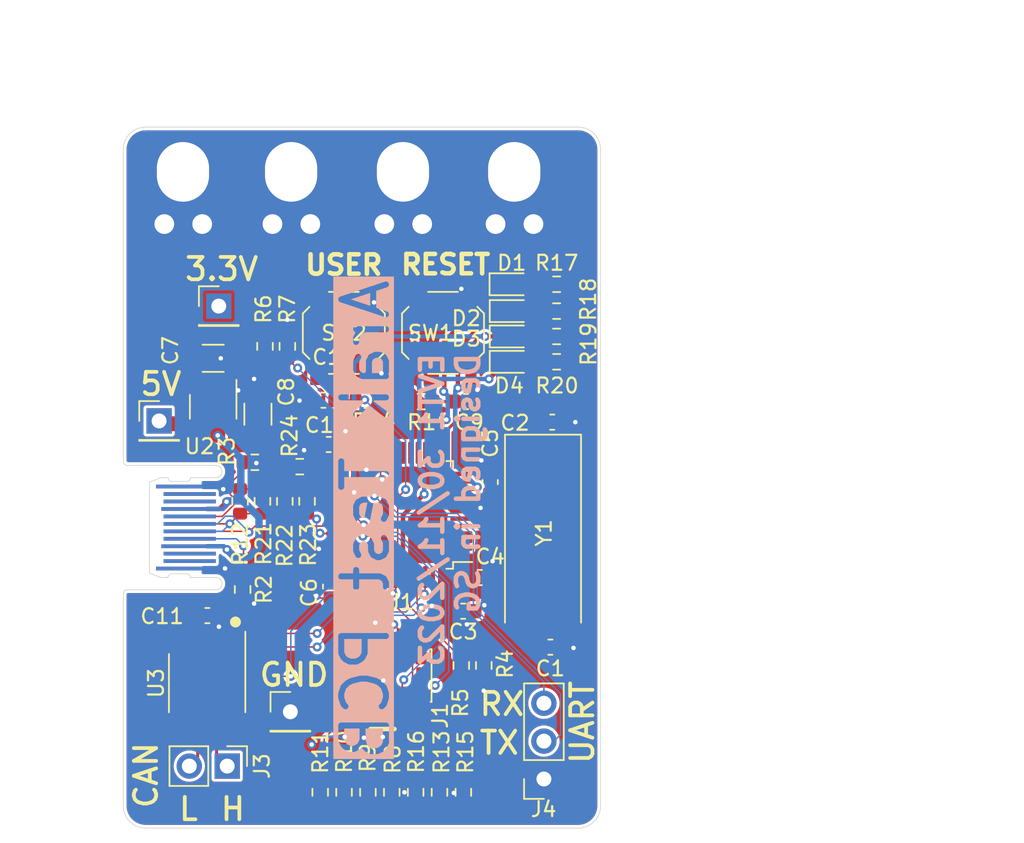
<source format=kicad_pcb>
(kicad_pcb (version 20221018) (generator pcbnew)

  (general
    (thickness 0.8)
  )

  (paper "A4")
  (layers
    (0 "F.Cu" signal)
    (31 "B.Cu" signal)
    (32 "B.Adhes" user "B.Adhesive")
    (33 "F.Adhes" user "F.Adhesive")
    (34 "B.Paste" user)
    (35 "F.Paste" user)
    (36 "B.SilkS" user "B.Silkscreen")
    (37 "F.SilkS" user "F.Silkscreen")
    (38 "B.Mask" user)
    (39 "F.Mask" user)
    (40 "Dwgs.User" user "User.Drawings")
    (41 "Cmts.User" user "User.Comments")
    (42 "Eco1.User" user "User.Eco1")
    (43 "Eco2.User" user "User.Eco2")
    (44 "Edge.Cuts" user)
    (45 "Margin" user)
    (46 "B.CrtYd" user "B.Courtyard")
    (47 "F.CrtYd" user "F.Courtyard")
    (48 "B.Fab" user)
    (49 "F.Fab" user)
    (50 "User.1" user)
    (51 "User.2" user)
    (52 "User.3" user)
    (53 "User.4" user)
    (54 "User.5" user)
    (55 "User.6" user)
    (56 "User.7" user)
    (57 "User.8" user)
    (58 "User.9" user)
  )

  (setup
    (stackup
      (layer "F.SilkS" (type "Top Silk Screen") (color "White"))
      (layer "F.Paste" (type "Top Solder Paste"))
      (layer "F.Mask" (type "Top Solder Mask") (color "Green") (thickness 0.01))
      (layer "F.Cu" (type "copper") (thickness 0.035))
      (layer "dielectric 1" (type "core") (color "FR4 natural") (thickness 0.71) (material "FR4") (epsilon_r 4.5) (loss_tangent 0.02))
      (layer "B.Cu" (type "copper") (thickness 0.035))
      (layer "B.Mask" (type "Bottom Solder Mask") (color "Green") (thickness 0.01))
      (layer "B.Paste" (type "Bottom Solder Paste"))
      (layer "B.SilkS" (type "Bottom Silk Screen") (color "White"))
      (copper_finish "ENIG")
      (dielectric_constraints no)
    )
    (pad_to_mask_clearance 0)
    (aux_axis_origin 101 127)
    (pcbplotparams
      (layerselection 0x00010fc_ffffffff)
      (plot_on_all_layers_selection 0x0000000_00000000)
      (disableapertmacros false)
      (usegerberextensions false)
      (usegerberattributes true)
      (usegerberadvancedattributes true)
      (creategerberjobfile true)
      (dashed_line_dash_ratio 12.000000)
      (dashed_line_gap_ratio 3.000000)
      (svgprecision 4)
      (plotframeref false)
      (viasonmask false)
      (mode 1)
      (useauxorigin false)
      (hpglpennumber 1)
      (hpglpenspeed 20)
      (hpglpendiameter 15.000000)
      (dxfpolygonmode true)
      (dxfimperialunits true)
      (dxfusepcbnewfont true)
      (psnegative false)
      (psa4output false)
      (plotreference true)
      (plotvalue true)
      (plotinvisibletext false)
      (sketchpadsonfab false)
      (subtractmaskfromsilk false)
      (outputformat 1)
      (mirror false)
      (drillshape 1)
      (scaleselection 1)
      (outputdirectory "")
    )
  )

  (net 0 "")
  (net 1 "GND")
  (net 2 "/OSCIN")
  (net 3 "/OSCOUT")
  (net 4 "+3.3V")
  (net 5 "+5V")
  (net 6 "/NRST")
  (net 7 "/MODE")
  (net 8 "Net-(D1-K)")
  (net 9 "Net-(D1-A)")
  (net 10 "Net-(D2-K)")
  (net 11 "Net-(D2-A)")
  (net 12 "Net-(D3-K)")
  (net 13 "Net-(D3-A)")
  (net 14 "Net-(D4-K)")
  (net 15 "Net-(D4-A)")
  (net 16 "/JTMS")
  (net 17 "/JTCK")
  (net 18 "/JTDO")
  (net 19 "/RX1")
  (net 20 "/JTDI")
  (net 21 "/TX1")
  (net 22 "/JNTRST")
  (net 23 "Net-(J2-CC2)")
  (net 24 "Net-(J2-CC1)")
  (net 25 "/BOOT0")
  (net 26 "/BOOT1")
  (net 27 "/USB_P")
  (net 28 "/USB_EN")
  (net 29 "unconnected-(U1-PC13-Pad2)")
  (net 30 "unconnected-(U1-PC14-Pad3)")
  (net 31 "unconnected-(U1-PC15-Pad4)")
  (net 32 "unconnected-(U1-PA1-Pad11)")
  (net 33 "unconnected-(U1-PA2-Pad12)")
  (net 34 "/SPI1_NSS")
  (net 35 "/SPI1_SCK")
  (net 36 "/SPI1_CIPO")
  (net 37 "/SPI1_COPI")
  (net 38 "unconnected-(U1-PB0-Pad18)")
  (net 39 "unconnected-(U1-PB1-Pad19)")
  (net 40 "/TX2")
  (net 41 "/RX2")
  (net 42 "unconnected-(U1-PB12-Pad25)")
  (net 43 "unconnected-(U1-PB13-Pad26)")
  (net 44 "unconnected-(U1-PB14-Pad27)")
  (net 45 "/USB_N")
  (net 46 "/CANMODE")
  (net 47 "/CANRX")
  (net 48 "/CANTX")
  (net 49 "unconnected-(U3-Vref-Pad5)")
  (net 50 "unconnected-(J2-PadA2)")
  (net 51 "unconnected-(J2-PadA3)")
  (net 52 "unconnected-(J2-SBU1-PadA8)")
  (net 53 "unconnected-(J2-PadA10)")
  (net 54 "unconnected-(J2-PadA11)")
  (net 55 "unconnected-(J2-PadB2)")
  (net 56 "unconnected-(J2-PadB3)")
  (net 57 "unconnected-(J2-SBU2-PadB8)")
  (net 58 "unconnected-(J2-PadB10)")
  (net 59 "unconnected-(J2-PadB11)")
  (net 60 "/CANH")
  (net 61 "/CANL")
  (net 62 "Net-(R23-Pad2)")

  (footprint "Connector_PinHeader_2.54mm:PinHeader_1x01_P2.54mm_Vertical" (layer "F.Cu") (at 113.2 118.2))

  (footprint "Resistor_SMD:R_0603_1608Metric" (layer "F.Cu") (at 110 110 -90))

  (footprint "Resistor_SMD:R_0603_1608Metric" (layer "F.Cu") (at 121.975 97.4))

  (footprint "Connector_PinHeader_2.54mm:PinHeader_1x01_P2.54mm_Vertical" (layer "F.Cu") (at 108.4 91))

  (footprint "Resistor_SMD:R_0603_1608Metric" (layer "F.Cu") (at 131.0538 94.735))

  (footprint "Resistor_SMD:R_0603_1608Metric" (layer "F.Cu") (at 124.8 123.6 90))

  (footprint "Arak:Test Point" (layer "F.Cu") (at 128.21 82))

  (footprint "Arak:Test Point" (layer "F.Cu") (at 106 82))

  (footprint "Resistor_SMD:R_0603_1608Metric" (layer "F.Cu") (at 111.3296 104.0892 90))

  (footprint "Capacitor_SMD:C_1206_3216Metric" (layer "F.Cu") (at 111.025 98.25 90))

  (footprint "LED_SMD:LED_0603_1608Metric" (layer "F.Cu") (at 128.0413 89.535))

  (footprint "Capacitor_SMD:C_0603_1608Metric" (layer "F.Cu") (at 124.975 97.4))

  (footprint "Capacitor_SMD:C_1206_3216Metric" (layer "F.Cu") (at 108.025 94.5))

  (footprint "Resistor_SMD:R_0603_1608Metric" (layer "F.Cu") (at 123.2 123.6 -90))

  (footprint "LED_SMD:LED_0603_1608Metric" (layer "F.Cu") (at 128.0538 93.035))

  (footprint "Capacitor_SMD:C_0603_1608Metric" (layer "F.Cu") (at 125.9 109.2))

  (footprint "Capacitor_SMD:C_0603_1608Metric" (layer "F.Cu") (at 107.635 111.75))

  (footprint "Resistor_SMD:R_0603_1608Metric" (layer "F.Cu") (at 112.8296 104.0892 90))

  (footprint "Crystal:Crystal_SMD_HC49-SD" (layer "F.Cu") (at 130.14 106.32 -90))

  (footprint "LED_SMD:LED_0603_1608Metric" (layer "F.Cu") (at 128.0538 91.335))

  (footprint "Arak:Test Point" (layer "F.Cu") (at 120.75 82))

  (footprint "Capacitor_SMD:C_0603_1608Metric" (layer "F.Cu") (at 115.7732 100.2792 180))

  (footprint "Resistor_SMD:R_0603_1608Metric" (layer "F.Cu") (at 131.0538 91.335))

  (footprint "Resistor_SMD:R_0603_1608Metric" (layer "F.Cu") (at 114.3196 104.0892 90))

  (footprint "Resistor_SMD:R_0603_1608Metric" (layer "F.Cu") (at 131.0538 89.535))

  (footprint "Package_TO_SOT_SMD:SOT-23-3" (layer "F.Cu") (at 108.025 97.75 -90))

  (footprint "Arak:Test Point" (layer "F.Cu") (at 113.25 82))

  (footprint "LED_SMD:LED_0603_1608Metric" (layer "F.Cu") (at 128.0538 94.735))

  (footprint "Resistor_SMD:R_0603_1608Metric" (layer "F.Cu") (at 118.4 97.3074 180))

  (footprint "Resistor_SMD:R_0603_1608Metric" (layer "F.Cu") (at 120 123.6 -90))

  (footprint "Package_QFP:LQFP-48_7x7mm_P0.5mm" (layer "F.Cu") (at 120.5 105 180))

  (footprint "Capacitor_SMD:C_0603_1608Metric" (layer "F.Cu") (at 124.7902 111.4552))

  (footprint "Button_Switch_SMD:SW_Push_1P1T_XKB_TS-1187A" (layer "F.Cu") (at 123.435 92.795 -90))

  (footprint "Resistor_SMD:R_0603_1608Metric" (layer "F.Cu") (at 126.17 115.095 -90))

  (footprint "Connector_PinHeader_2.54mm:PinHeader_1x01_P2.54mm_Vertical" (layer "F.Cu") (at 104.4 98.7))

  (footprint "Package_SO:SOIC-8_3.9x4.9mm_P1.27mm" (layer "F.Cu") (at 107.62 116.28 -90))

  (footprint "Resistor_SMD:R_0603_1608Metric" (layer "F.Cu") (at 121.6 123.6 90))

  (footprint "Capacitor_SMD:C_0603_1608Metric" (layer "F.Cu") (at 126.6 102.8 90))

  (footprint "Connector_PinSocket_2.54mm:PinSocket_1x03_P2.54mm_Vertical" (layer "F.Cu") (at 130.2004 122.7074 180))

  (footprint "Capacitor_SMD:C_0603_1608Metric" (layer "F.Cu") (at 130.7592 98.7806 180))

  (footprint "Resistor_SMD:R_0603_1608Metric" (layer "F.Cu") (at 124.66 115.095 90))

  (footprint "Capacitor_SMD:C_0603_1608Metric" (layer "F.Cu") (at 115.9 109.8 -90))

  (footprint "Capacitor_SMD:C_0603_1608Metric" (layer "F.Cu") (at 115.4176 97.3074 180))

  (footprint "Resistor_SMD:R_0603_1608Metric" (layer "F.Cu") (at 113.8296 101.7642 180))

  (footprint "Resistor_SMD:R_0603_1608Metric" (layer "F.Cu") (at 111.5 93.7 -90))

  (footprint "Resistor_SMD:R_0603_1608Metric" (layer "F.Cu") (at 110.8202 101.473))

  (footprint "Resistor_SMD:R_0603_1608Metric" (layer "F.Cu") (at 116.8 123.6 -90))

  (footprint "Resistor_SMD:R_0603_1608Metric" (layer "F.Cu") (at 118.4 123.6 -90))

  (footprint "Resistor_SMD:R_0603_1608Metric" (layer "F.Cu") (at 131.0538 93.035))

  (footprint "Arak:USB-C PCB shell" (layer "F.Cu")
    (tstamp e2c4c558-274b-4268-bfd4-c8dad430aac8)
    (at 106.45 105.85 180)
    (descr "USB-C spec compliant w/ shell")
    (property "Sheetfile" "Arak.kicad_sch")
    (property "Sheetname" "")
    (property "exclude_from_bom" "")
    (property "ki_description" "USB 2.0-only Type-C Receptacle connector")
    (property "ki_keywords" "usb universal serial bus type-C USB2.0")
    (path "/6f01bd3b-f0bc-4a5b-a449-c0cc56ab3a2c")
    (attr smd exclude_from_bom)
    (fp_text reference "J2" (at -2.75 0.05 90 unlocked) (layer "F.SilkS") hide
        (effects (font (size 1 1) (thickness 0.1)))
      (tstamp 4fe37e89-ed5d-4d9b-890d-4d241523c1f2)
    )
    (fp_text value "USB-C Receptacle (USB2.0)" (at -44.99 32.5525 180 unlocked) (layer "F.Fab")
        (effects (font (size 1 1) (thickness 0.15)))
      (tstamp 29636571-3262-4fc9-9d67-76d3447fe815)
    )
    (fp_text user "${REFERENCE}" (at 2 7.25 180 unlocked) (layer "F.Fab")
        (effects (font (size 1 1) (thickness 0.15)))
      (tstamp c942a77a-6e2a-4212-9b49-8331d570031b)
    )
    (fp_rect (start -0.8 -2.65) (end 2.25 -2.85)
      (stroke (width 0.05) (type solid)) (fill solid) (layer "B.Mask") (tstamp 6d4e1215-8247-48ff-8287-2a4f112b5e95))
    (fp_rect (start -0.8 -2.15) (end 1.75 -2.35)
      (stroke (width 0.05) (type solid)) (fill solid) (layer "B.Mask") (tstamp f19113de-8a39-47f7-a8c0-e017f7e8b521))
    (fp_rect (start -0.8 -1.65) (end 1.75 -1.85)
      (stroke (width 0.05) (type solid)) (fill solid) (layer "B.Mask") (tstamp bab4bc5b-90a5-432d-8ad0-5422efe9e66c))
    (fp_rect (start -0.8 -1.15) (end 1.9 -1.35)
      (stroke (width 0.05) (type solid)) (fill solid) (layer "B.Mask") (tstamp 4d62ec2f-f263-47c8-a384-1caf5908e9b7))
    (fp_rect (start -0.8 -0.65) (end 1.75 -0.85)
      (stroke (width 0.05) (type solid)) (fill solid) (layer "B.Mask") (tstamp 47fa93b5-cf9d-41d7-b768-f6cca1032046))
    (fp_rect (start -0.8 -0.15) (end 1.75 -0.35)
      (stroke (width 0.05) (type solid)) (fill solid) (layer "B.Mask") (tstamp b7748fe9-b632-4bc9-acb6-470d90122375))
    (fp_rect (start -0.8 0.35) (end 1.75 0.15)
      (stroke (width 0.05) (type solid)) (fill solid) (layer "B.Mask") (tstamp 79a25ba2-504c-4739-821f-f084d926a40b))
    (fp_rect (start -0.8 0.85) (end 1.75 0.65)
      (stroke (width 0.05) (type solid)) (fill solid) (layer "B.Mask") (tstamp 58950f29-0f05-4411-81e3-040f6a86c7bd))
    (fp_rect (start -0.8 1.35) (end 1.9 1.15)
      (stroke (width 0.05) (type solid)) (fill solid) (layer "B.Mask") (tstamp 291374b2-8c70-43ec-8e3b-2129b3aee58c))
    (fp_rect (start -0.8 1.85) (end 1.75 1.65)
      (stroke (width 0.05) (type solid)) (fill solid) (layer "B.Mask") (tstamp b79fc4e
... [387521 chars truncated]
</source>
